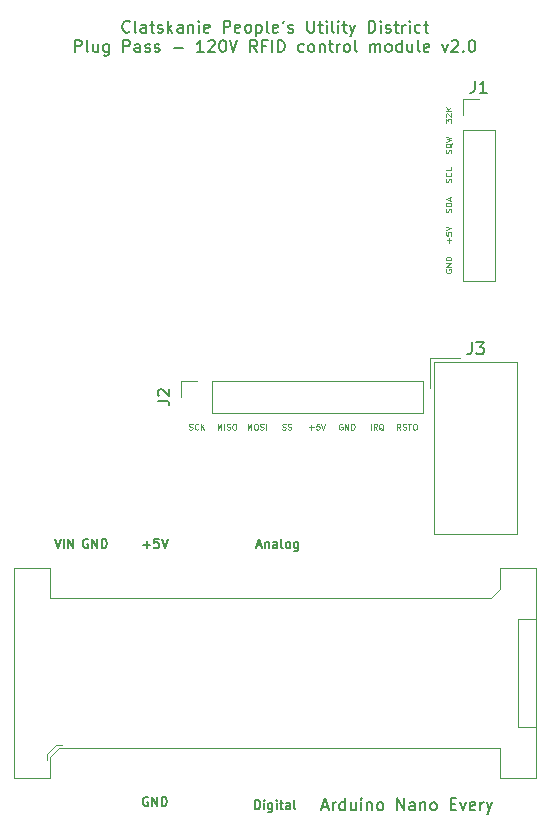
<source format=gto>
G04 #@! TF.GenerationSoftware,KiCad,Pcbnew,(5.1.5)-3*
G04 #@! TF.CreationDate,2020-06-18T13:30:01-07:00*
G04 #@! TF.ProjectId,Plug_Pass_arduino_shield,506c7567-5f50-4617-9373-5f6172647569,v2.0*
G04 #@! TF.SameCoordinates,Original*
G04 #@! TF.FileFunction,Legend,Top*
G04 #@! TF.FilePolarity,Positive*
%FSLAX46Y46*%
G04 Gerber Fmt 4.6, Leading zero omitted, Abs format (unit mm)*
G04 Created by KiCad (PCBNEW (5.1.5)-3) date 2020-06-18 13:30:01*
%MOMM*%
%LPD*%
G04 APERTURE LIST*
%ADD10C,0.150000*%
%ADD11C,0.120000*%
%ADD12C,0.127000*%
%ADD13C,0.125000*%
G04 APERTURE END LIST*
D10*
X91854285Y-62016142D02*
X91806666Y-62063761D01*
X91663809Y-62111380D01*
X91568571Y-62111380D01*
X91425714Y-62063761D01*
X91330476Y-61968523D01*
X91282857Y-61873285D01*
X91235238Y-61682809D01*
X91235238Y-61539952D01*
X91282857Y-61349476D01*
X91330476Y-61254238D01*
X91425714Y-61159000D01*
X91568571Y-61111380D01*
X91663809Y-61111380D01*
X91806666Y-61159000D01*
X91854285Y-61206619D01*
X92425714Y-62111380D02*
X92330476Y-62063761D01*
X92282857Y-61968523D01*
X92282857Y-61111380D01*
X93235238Y-62111380D02*
X93235238Y-61587571D01*
X93187619Y-61492333D01*
X93092380Y-61444714D01*
X92901904Y-61444714D01*
X92806666Y-61492333D01*
X93235238Y-62063761D02*
X93139999Y-62111380D01*
X92901904Y-62111380D01*
X92806666Y-62063761D01*
X92759047Y-61968523D01*
X92759047Y-61873285D01*
X92806666Y-61778047D01*
X92901904Y-61730428D01*
X93139999Y-61730428D01*
X93235238Y-61682809D01*
X93568571Y-61444714D02*
X93949523Y-61444714D01*
X93711428Y-61111380D02*
X93711428Y-61968523D01*
X93759047Y-62063761D01*
X93854285Y-62111380D01*
X93949523Y-62111380D01*
X94235238Y-62063761D02*
X94330476Y-62111380D01*
X94520952Y-62111380D01*
X94616190Y-62063761D01*
X94663809Y-61968523D01*
X94663809Y-61920904D01*
X94616190Y-61825666D01*
X94520952Y-61778047D01*
X94378095Y-61778047D01*
X94282857Y-61730428D01*
X94235238Y-61635190D01*
X94235238Y-61587571D01*
X94282857Y-61492333D01*
X94378095Y-61444714D01*
X94520952Y-61444714D01*
X94616190Y-61492333D01*
X95092380Y-62111380D02*
X95092380Y-61111380D01*
X95187619Y-61730428D02*
X95473333Y-62111380D01*
X95473333Y-61444714D02*
X95092380Y-61825666D01*
X96330476Y-62111380D02*
X96330476Y-61587571D01*
X96282857Y-61492333D01*
X96187619Y-61444714D01*
X95997142Y-61444714D01*
X95901904Y-61492333D01*
X96330476Y-62063761D02*
X96235238Y-62111380D01*
X95997142Y-62111380D01*
X95901904Y-62063761D01*
X95854285Y-61968523D01*
X95854285Y-61873285D01*
X95901904Y-61778047D01*
X95997142Y-61730428D01*
X96235238Y-61730428D01*
X96330476Y-61682809D01*
X96806666Y-61444714D02*
X96806666Y-62111380D01*
X96806666Y-61539952D02*
X96854285Y-61492333D01*
X96949523Y-61444714D01*
X97092380Y-61444714D01*
X97187619Y-61492333D01*
X97235238Y-61587571D01*
X97235238Y-62111380D01*
X97711428Y-62111380D02*
X97711428Y-61444714D01*
X97711428Y-61111380D02*
X97663809Y-61159000D01*
X97711428Y-61206619D01*
X97759047Y-61159000D01*
X97711428Y-61111380D01*
X97711428Y-61206619D01*
X98568571Y-62063761D02*
X98473333Y-62111380D01*
X98282857Y-62111380D01*
X98187619Y-62063761D01*
X98139999Y-61968523D01*
X98139999Y-61587571D01*
X98187619Y-61492333D01*
X98282857Y-61444714D01*
X98473333Y-61444714D01*
X98568571Y-61492333D01*
X98616190Y-61587571D01*
X98616190Y-61682809D01*
X98139999Y-61778047D01*
X99806666Y-62111380D02*
X99806666Y-61111380D01*
X100187619Y-61111380D01*
X100282857Y-61159000D01*
X100330476Y-61206619D01*
X100378095Y-61301857D01*
X100378095Y-61444714D01*
X100330476Y-61539952D01*
X100282857Y-61587571D01*
X100187619Y-61635190D01*
X99806666Y-61635190D01*
X101187619Y-62063761D02*
X101092380Y-62111380D01*
X100901904Y-62111380D01*
X100806666Y-62063761D01*
X100759047Y-61968523D01*
X100759047Y-61587571D01*
X100806666Y-61492333D01*
X100901904Y-61444714D01*
X101092380Y-61444714D01*
X101187619Y-61492333D01*
X101235238Y-61587571D01*
X101235238Y-61682809D01*
X100759047Y-61778047D01*
X101806666Y-62111380D02*
X101711428Y-62063761D01*
X101663809Y-62016142D01*
X101616190Y-61920904D01*
X101616190Y-61635190D01*
X101663809Y-61539952D01*
X101711428Y-61492333D01*
X101806666Y-61444714D01*
X101949523Y-61444714D01*
X102044761Y-61492333D01*
X102092380Y-61539952D01*
X102139999Y-61635190D01*
X102139999Y-61920904D01*
X102092380Y-62016142D01*
X102044761Y-62063761D01*
X101949523Y-62111380D01*
X101806666Y-62111380D01*
X102568571Y-61444714D02*
X102568571Y-62444714D01*
X102568571Y-61492333D02*
X102663809Y-61444714D01*
X102854285Y-61444714D01*
X102949523Y-61492333D01*
X102997142Y-61539952D01*
X103044761Y-61635190D01*
X103044761Y-61920904D01*
X102997142Y-62016142D01*
X102949523Y-62063761D01*
X102854285Y-62111380D01*
X102663809Y-62111380D01*
X102568571Y-62063761D01*
X103616190Y-62111380D02*
X103520952Y-62063761D01*
X103473333Y-61968523D01*
X103473333Y-61111380D01*
X104378095Y-62063761D02*
X104282857Y-62111380D01*
X104092380Y-62111380D01*
X103997142Y-62063761D01*
X103949523Y-61968523D01*
X103949523Y-61587571D01*
X103997142Y-61492333D01*
X104092380Y-61444714D01*
X104282857Y-61444714D01*
X104378095Y-61492333D01*
X104425714Y-61587571D01*
X104425714Y-61682809D01*
X103949523Y-61778047D01*
X104901904Y-61111380D02*
X104806666Y-61301857D01*
X105282857Y-62063761D02*
X105378095Y-62111380D01*
X105568571Y-62111380D01*
X105663809Y-62063761D01*
X105711428Y-61968523D01*
X105711428Y-61920904D01*
X105663809Y-61825666D01*
X105568571Y-61778047D01*
X105425714Y-61778047D01*
X105330476Y-61730428D01*
X105282857Y-61635190D01*
X105282857Y-61587571D01*
X105330476Y-61492333D01*
X105425714Y-61444714D01*
X105568571Y-61444714D01*
X105663809Y-61492333D01*
X106901904Y-61111380D02*
X106901904Y-61920904D01*
X106949523Y-62016142D01*
X106997142Y-62063761D01*
X107092380Y-62111380D01*
X107282857Y-62111380D01*
X107378095Y-62063761D01*
X107425714Y-62016142D01*
X107473333Y-61920904D01*
X107473333Y-61111380D01*
X107806666Y-61444714D02*
X108187619Y-61444714D01*
X107949523Y-61111380D02*
X107949523Y-61968523D01*
X107997142Y-62063761D01*
X108092380Y-62111380D01*
X108187619Y-62111380D01*
X108520952Y-62111380D02*
X108520952Y-61444714D01*
X108520952Y-61111380D02*
X108473333Y-61159000D01*
X108520952Y-61206619D01*
X108568571Y-61159000D01*
X108520952Y-61111380D01*
X108520952Y-61206619D01*
X109139999Y-62111380D02*
X109044761Y-62063761D01*
X108997142Y-61968523D01*
X108997142Y-61111380D01*
X109520952Y-62111380D02*
X109520952Y-61444714D01*
X109520952Y-61111380D02*
X109473333Y-61159000D01*
X109520952Y-61206619D01*
X109568571Y-61159000D01*
X109520952Y-61111380D01*
X109520952Y-61206619D01*
X109854285Y-61444714D02*
X110235238Y-61444714D01*
X109997142Y-61111380D02*
X109997142Y-61968523D01*
X110044761Y-62063761D01*
X110139999Y-62111380D01*
X110235238Y-62111380D01*
X110473333Y-61444714D02*
X110711428Y-62111380D01*
X110949523Y-61444714D02*
X110711428Y-62111380D01*
X110616190Y-62349476D01*
X110568571Y-62397095D01*
X110473333Y-62444714D01*
X112092380Y-62111380D02*
X112092380Y-61111380D01*
X112330476Y-61111380D01*
X112473333Y-61159000D01*
X112568571Y-61254238D01*
X112616190Y-61349476D01*
X112663809Y-61539952D01*
X112663809Y-61682809D01*
X112616190Y-61873285D01*
X112568571Y-61968523D01*
X112473333Y-62063761D01*
X112330476Y-62111380D01*
X112092380Y-62111380D01*
X113092380Y-62111380D02*
X113092380Y-61444714D01*
X113092380Y-61111380D02*
X113044761Y-61159000D01*
X113092380Y-61206619D01*
X113139999Y-61159000D01*
X113092380Y-61111380D01*
X113092380Y-61206619D01*
X113520952Y-62063761D02*
X113616190Y-62111380D01*
X113806666Y-62111380D01*
X113901904Y-62063761D01*
X113949523Y-61968523D01*
X113949523Y-61920904D01*
X113901904Y-61825666D01*
X113806666Y-61778047D01*
X113663809Y-61778047D01*
X113568571Y-61730428D01*
X113520952Y-61635190D01*
X113520952Y-61587571D01*
X113568571Y-61492333D01*
X113663809Y-61444714D01*
X113806666Y-61444714D01*
X113901904Y-61492333D01*
X114235238Y-61444714D02*
X114616190Y-61444714D01*
X114378095Y-61111380D02*
X114378095Y-61968523D01*
X114425714Y-62063761D01*
X114520952Y-62111380D01*
X114616190Y-62111380D01*
X114949523Y-62111380D02*
X114949523Y-61444714D01*
X114949523Y-61635190D02*
X114997142Y-61539952D01*
X115044761Y-61492333D01*
X115139999Y-61444714D01*
X115235238Y-61444714D01*
X115568571Y-62111380D02*
X115568571Y-61444714D01*
X115568571Y-61111380D02*
X115520952Y-61159000D01*
X115568571Y-61206619D01*
X115616190Y-61159000D01*
X115568571Y-61111380D01*
X115568571Y-61206619D01*
X116473333Y-62063761D02*
X116378095Y-62111380D01*
X116187619Y-62111380D01*
X116092380Y-62063761D01*
X116044761Y-62016142D01*
X115997142Y-61920904D01*
X115997142Y-61635190D01*
X116044761Y-61539952D01*
X116092380Y-61492333D01*
X116187619Y-61444714D01*
X116378095Y-61444714D01*
X116473333Y-61492333D01*
X116759047Y-61444714D02*
X117140000Y-61444714D01*
X116901904Y-61111380D02*
X116901904Y-61968523D01*
X116949523Y-62063761D01*
X117044761Y-62111380D01*
X117140000Y-62111380D01*
X87211428Y-63761380D02*
X87211428Y-62761380D01*
X87592380Y-62761380D01*
X87687619Y-62809000D01*
X87735238Y-62856619D01*
X87782857Y-62951857D01*
X87782857Y-63094714D01*
X87735238Y-63189952D01*
X87687619Y-63237571D01*
X87592380Y-63285190D01*
X87211428Y-63285190D01*
X88354285Y-63761380D02*
X88259047Y-63713761D01*
X88211428Y-63618523D01*
X88211428Y-62761380D01*
X89163809Y-63094714D02*
X89163809Y-63761380D01*
X88735238Y-63094714D02*
X88735238Y-63618523D01*
X88782857Y-63713761D01*
X88878095Y-63761380D01*
X89020952Y-63761380D01*
X89116190Y-63713761D01*
X89163809Y-63666142D01*
X90068571Y-63094714D02*
X90068571Y-63904238D01*
X90020952Y-63999476D01*
X89973333Y-64047095D01*
X89878095Y-64094714D01*
X89735238Y-64094714D01*
X89640000Y-64047095D01*
X90068571Y-63713761D02*
X89973333Y-63761380D01*
X89782857Y-63761380D01*
X89687619Y-63713761D01*
X89640000Y-63666142D01*
X89592380Y-63570904D01*
X89592380Y-63285190D01*
X89640000Y-63189952D01*
X89687619Y-63142333D01*
X89782857Y-63094714D01*
X89973333Y-63094714D01*
X90068571Y-63142333D01*
X91306666Y-63761380D02*
X91306666Y-62761380D01*
X91687619Y-62761380D01*
X91782857Y-62809000D01*
X91830476Y-62856619D01*
X91878095Y-62951857D01*
X91878095Y-63094714D01*
X91830476Y-63189952D01*
X91782857Y-63237571D01*
X91687619Y-63285190D01*
X91306666Y-63285190D01*
X92735238Y-63761380D02*
X92735238Y-63237571D01*
X92687619Y-63142333D01*
X92592380Y-63094714D01*
X92401904Y-63094714D01*
X92306666Y-63142333D01*
X92735238Y-63713761D02*
X92640000Y-63761380D01*
X92401904Y-63761380D01*
X92306666Y-63713761D01*
X92259047Y-63618523D01*
X92259047Y-63523285D01*
X92306666Y-63428047D01*
X92401904Y-63380428D01*
X92640000Y-63380428D01*
X92735238Y-63332809D01*
X93163809Y-63713761D02*
X93259047Y-63761380D01*
X93449523Y-63761380D01*
X93544761Y-63713761D01*
X93592380Y-63618523D01*
X93592380Y-63570904D01*
X93544761Y-63475666D01*
X93449523Y-63428047D01*
X93306666Y-63428047D01*
X93211428Y-63380428D01*
X93163809Y-63285190D01*
X93163809Y-63237571D01*
X93211428Y-63142333D01*
X93306666Y-63094714D01*
X93449523Y-63094714D01*
X93544761Y-63142333D01*
X93973333Y-63713761D02*
X94068571Y-63761380D01*
X94259047Y-63761380D01*
X94354285Y-63713761D01*
X94401904Y-63618523D01*
X94401904Y-63570904D01*
X94354285Y-63475666D01*
X94259047Y-63428047D01*
X94116190Y-63428047D01*
X94020952Y-63380428D01*
X93973333Y-63285190D01*
X93973333Y-63237571D01*
X94020952Y-63142333D01*
X94116190Y-63094714D01*
X94259047Y-63094714D01*
X94354285Y-63142333D01*
X95592380Y-63380428D02*
X96354285Y-63380428D01*
X98116190Y-63761380D02*
X97544761Y-63761380D01*
X97830476Y-63761380D02*
X97830476Y-62761380D01*
X97735238Y-62904238D01*
X97640000Y-62999476D01*
X97544761Y-63047095D01*
X98497142Y-62856619D02*
X98544761Y-62809000D01*
X98640000Y-62761380D01*
X98878095Y-62761380D01*
X98973333Y-62809000D01*
X99020952Y-62856619D01*
X99068571Y-62951857D01*
X99068571Y-63047095D01*
X99020952Y-63189952D01*
X98449523Y-63761380D01*
X99068571Y-63761380D01*
X99687619Y-62761380D02*
X99782857Y-62761380D01*
X99878095Y-62809000D01*
X99925714Y-62856619D01*
X99973333Y-62951857D01*
X100020952Y-63142333D01*
X100020952Y-63380428D01*
X99973333Y-63570904D01*
X99925714Y-63666142D01*
X99878095Y-63713761D01*
X99782857Y-63761380D01*
X99687619Y-63761380D01*
X99592380Y-63713761D01*
X99544761Y-63666142D01*
X99497142Y-63570904D01*
X99449523Y-63380428D01*
X99449523Y-63142333D01*
X99497142Y-62951857D01*
X99544761Y-62856619D01*
X99592380Y-62809000D01*
X99687619Y-62761380D01*
X100306666Y-62761380D02*
X100640000Y-63761380D01*
X100973333Y-62761380D01*
X102639999Y-63761380D02*
X102306666Y-63285190D01*
X102068571Y-63761380D02*
X102068571Y-62761380D01*
X102449523Y-62761380D01*
X102544761Y-62809000D01*
X102592380Y-62856619D01*
X102639999Y-62951857D01*
X102639999Y-63094714D01*
X102592380Y-63189952D01*
X102544761Y-63237571D01*
X102449523Y-63285190D01*
X102068571Y-63285190D01*
X103401904Y-63237571D02*
X103068571Y-63237571D01*
X103068571Y-63761380D02*
X103068571Y-62761380D01*
X103544761Y-62761380D01*
X103925714Y-63761380D02*
X103925714Y-62761380D01*
X104401904Y-63761380D02*
X104401904Y-62761380D01*
X104640000Y-62761380D01*
X104782857Y-62809000D01*
X104878095Y-62904238D01*
X104925714Y-62999476D01*
X104973333Y-63189952D01*
X104973333Y-63332809D01*
X104925714Y-63523285D01*
X104878095Y-63618523D01*
X104782857Y-63713761D01*
X104640000Y-63761380D01*
X104401904Y-63761380D01*
X106592380Y-63713761D02*
X106497142Y-63761380D01*
X106306666Y-63761380D01*
X106211428Y-63713761D01*
X106163809Y-63666142D01*
X106116190Y-63570904D01*
X106116190Y-63285190D01*
X106163809Y-63189952D01*
X106211428Y-63142333D01*
X106306666Y-63094714D01*
X106497142Y-63094714D01*
X106592380Y-63142333D01*
X107163809Y-63761380D02*
X107068571Y-63713761D01*
X107020952Y-63666142D01*
X106973333Y-63570904D01*
X106973333Y-63285190D01*
X107020952Y-63189952D01*
X107068571Y-63142333D01*
X107163809Y-63094714D01*
X107306666Y-63094714D01*
X107401904Y-63142333D01*
X107449523Y-63189952D01*
X107497142Y-63285190D01*
X107497142Y-63570904D01*
X107449523Y-63666142D01*
X107401904Y-63713761D01*
X107306666Y-63761380D01*
X107163809Y-63761380D01*
X107925714Y-63094714D02*
X107925714Y-63761380D01*
X107925714Y-63189952D02*
X107973333Y-63142333D01*
X108068571Y-63094714D01*
X108211428Y-63094714D01*
X108306666Y-63142333D01*
X108354285Y-63237571D01*
X108354285Y-63761380D01*
X108687619Y-63094714D02*
X109068571Y-63094714D01*
X108830476Y-62761380D02*
X108830476Y-63618523D01*
X108878095Y-63713761D01*
X108973333Y-63761380D01*
X109068571Y-63761380D01*
X109401904Y-63761380D02*
X109401904Y-63094714D01*
X109401904Y-63285190D02*
X109449523Y-63189952D01*
X109497142Y-63142333D01*
X109592380Y-63094714D01*
X109687619Y-63094714D01*
X110163809Y-63761380D02*
X110068571Y-63713761D01*
X110020952Y-63666142D01*
X109973333Y-63570904D01*
X109973333Y-63285190D01*
X110020952Y-63189952D01*
X110068571Y-63142333D01*
X110163809Y-63094714D01*
X110306666Y-63094714D01*
X110401904Y-63142333D01*
X110449523Y-63189952D01*
X110497142Y-63285190D01*
X110497142Y-63570904D01*
X110449523Y-63666142D01*
X110401904Y-63713761D01*
X110306666Y-63761380D01*
X110163809Y-63761380D01*
X111068571Y-63761380D02*
X110973333Y-63713761D01*
X110925714Y-63618523D01*
X110925714Y-62761380D01*
X112211428Y-63761380D02*
X112211428Y-63094714D01*
X112211428Y-63189952D02*
X112259047Y-63142333D01*
X112354285Y-63094714D01*
X112497142Y-63094714D01*
X112592380Y-63142333D01*
X112639999Y-63237571D01*
X112639999Y-63761380D01*
X112639999Y-63237571D02*
X112687619Y-63142333D01*
X112782857Y-63094714D01*
X112925714Y-63094714D01*
X113020952Y-63142333D01*
X113068571Y-63237571D01*
X113068571Y-63761380D01*
X113687619Y-63761380D02*
X113592380Y-63713761D01*
X113544761Y-63666142D01*
X113497142Y-63570904D01*
X113497142Y-63285190D01*
X113544761Y-63189952D01*
X113592380Y-63142333D01*
X113687619Y-63094714D01*
X113830476Y-63094714D01*
X113925714Y-63142333D01*
X113973333Y-63189952D01*
X114020952Y-63285190D01*
X114020952Y-63570904D01*
X113973333Y-63666142D01*
X113925714Y-63713761D01*
X113830476Y-63761380D01*
X113687619Y-63761380D01*
X114878095Y-63761380D02*
X114878095Y-62761380D01*
X114878095Y-63713761D02*
X114782857Y-63761380D01*
X114592380Y-63761380D01*
X114497142Y-63713761D01*
X114449523Y-63666142D01*
X114401904Y-63570904D01*
X114401904Y-63285190D01*
X114449523Y-63189952D01*
X114497142Y-63142333D01*
X114592380Y-63094714D01*
X114782857Y-63094714D01*
X114878095Y-63142333D01*
X115782857Y-63094714D02*
X115782857Y-63761380D01*
X115354285Y-63094714D02*
X115354285Y-63618523D01*
X115401904Y-63713761D01*
X115497142Y-63761380D01*
X115639999Y-63761380D01*
X115735238Y-63713761D01*
X115782857Y-63666142D01*
X116401904Y-63761380D02*
X116306666Y-63713761D01*
X116259047Y-63618523D01*
X116259047Y-62761380D01*
X117163809Y-63713761D02*
X117068571Y-63761380D01*
X116878095Y-63761380D01*
X116782857Y-63713761D01*
X116735238Y-63618523D01*
X116735238Y-63237571D01*
X116782857Y-63142333D01*
X116878095Y-63094714D01*
X117068571Y-63094714D01*
X117163809Y-63142333D01*
X117211428Y-63237571D01*
X117211428Y-63332809D01*
X116735238Y-63428047D01*
X118306666Y-63094714D02*
X118544761Y-63761380D01*
X118782857Y-63094714D01*
X119116190Y-62856619D02*
X119163809Y-62809000D01*
X119259047Y-62761380D01*
X119497142Y-62761380D01*
X119592380Y-62809000D01*
X119639999Y-62856619D01*
X119687619Y-62951857D01*
X119687619Y-63047095D01*
X119639999Y-63189952D01*
X119068571Y-63761380D01*
X119687619Y-63761380D01*
X120116190Y-63666142D02*
X120163809Y-63713761D01*
X120116190Y-63761380D01*
X120068571Y-63713761D01*
X120116190Y-63666142D01*
X120116190Y-63761380D01*
X120782857Y-62761380D02*
X120878095Y-62761380D01*
X120973333Y-62809000D01*
X121020952Y-62856619D01*
X121068571Y-62951857D01*
X121116190Y-63142333D01*
X121116190Y-63380428D01*
X121068571Y-63570904D01*
X121020952Y-63666142D01*
X120973333Y-63713761D01*
X120878095Y-63761380D01*
X120782857Y-63761380D01*
X120687619Y-63713761D01*
X120639999Y-63666142D01*
X120592380Y-63570904D01*
X120544761Y-63380428D01*
X120544761Y-63142333D01*
X120592380Y-62951857D01*
X120639999Y-62856619D01*
X120687619Y-62809000D01*
X120782857Y-62761380D01*
D11*
X123190000Y-107442000D02*
X123190000Y-109220000D01*
X123190000Y-109220000D02*
X122428000Y-109982000D01*
X122428000Y-109982000D02*
X85090000Y-109982000D01*
X85090000Y-109982000D02*
X85090000Y-107442000D01*
X85090000Y-107442000D02*
X82042000Y-107442000D01*
X82042000Y-107442000D02*
X82042000Y-125222000D01*
X82042000Y-125222000D02*
X85090000Y-125222000D01*
X85090000Y-125222000D02*
X85090000Y-123444000D01*
X85090000Y-123444000D02*
X85852000Y-122682000D01*
X85852000Y-122682000D02*
X123190000Y-122682000D01*
X123190000Y-122682000D02*
X123190000Y-125222000D01*
X123190000Y-125222000D02*
X126238000Y-125222000D01*
X126238000Y-125222000D02*
X126238000Y-107442000D01*
X126238000Y-107442000D02*
X123190000Y-107442000D01*
X126238000Y-111760000D02*
X124714000Y-111760000D01*
X124714000Y-111760000D02*
X124714000Y-120904000D01*
X124714000Y-120904000D02*
X126238000Y-120904000D01*
X86106000Y-122428000D02*
X85598000Y-122428000D01*
X85598000Y-122428000D02*
X84836000Y-123190000D01*
X84836000Y-123190000D02*
X84836000Y-123698000D01*
X117249000Y-89650000D02*
X119789000Y-89650000D01*
X117249000Y-89650000D02*
X117249000Y-92190000D01*
X117658000Y-89972000D02*
X124658000Y-89972000D01*
X117658000Y-104592000D02*
X117658000Y-89972000D01*
X124658000Y-104592000D02*
X117658000Y-104592000D01*
X124658000Y-89972000D02*
X124658000Y-104592000D01*
X98806000Y-94294000D02*
X98806000Y-91634000D01*
X98806000Y-94294000D02*
X116646000Y-94294000D01*
X116646000Y-94294000D02*
X116646000Y-91634000D01*
X98806000Y-91634000D02*
X116646000Y-91634000D01*
X96206000Y-91634000D02*
X97536000Y-91634000D01*
X96206000Y-92964000D02*
X96206000Y-91634000D01*
X120082000Y-67758000D02*
X121412000Y-67758000D01*
X120082000Y-69088000D02*
X120082000Y-67758000D01*
X120082000Y-70358000D02*
X122742000Y-70358000D01*
X122742000Y-70358000D02*
X122742000Y-83118000D01*
X120082000Y-70358000D02*
X120082000Y-83118000D01*
X120082000Y-83118000D02*
X122742000Y-83118000D01*
D12*
X102470857Y-127852714D02*
X102470857Y-127090714D01*
X102652285Y-127090714D01*
X102761142Y-127127000D01*
X102833714Y-127199571D01*
X102870000Y-127272142D01*
X102906285Y-127417285D01*
X102906285Y-127526142D01*
X102870000Y-127671285D01*
X102833714Y-127743857D01*
X102761142Y-127816428D01*
X102652285Y-127852714D01*
X102470857Y-127852714D01*
X103232857Y-127852714D02*
X103232857Y-127344714D01*
X103232857Y-127090714D02*
X103196571Y-127127000D01*
X103232857Y-127163285D01*
X103269142Y-127127000D01*
X103232857Y-127090714D01*
X103232857Y-127163285D01*
X103922285Y-127344714D02*
X103922285Y-127961571D01*
X103886000Y-128034142D01*
X103849714Y-128070428D01*
X103777142Y-128106714D01*
X103668285Y-128106714D01*
X103595714Y-128070428D01*
X103922285Y-127816428D02*
X103849714Y-127852714D01*
X103704571Y-127852714D01*
X103632000Y-127816428D01*
X103595714Y-127780142D01*
X103559428Y-127707571D01*
X103559428Y-127489857D01*
X103595714Y-127417285D01*
X103632000Y-127381000D01*
X103704571Y-127344714D01*
X103849714Y-127344714D01*
X103922285Y-127381000D01*
X104285142Y-127852714D02*
X104285142Y-127344714D01*
X104285142Y-127090714D02*
X104248857Y-127127000D01*
X104285142Y-127163285D01*
X104321428Y-127127000D01*
X104285142Y-127090714D01*
X104285142Y-127163285D01*
X104539142Y-127344714D02*
X104829428Y-127344714D01*
X104648000Y-127090714D02*
X104648000Y-127743857D01*
X104684285Y-127816428D01*
X104756857Y-127852714D01*
X104829428Y-127852714D01*
X105410000Y-127852714D02*
X105410000Y-127453571D01*
X105373714Y-127381000D01*
X105301142Y-127344714D01*
X105156000Y-127344714D01*
X105083428Y-127381000D01*
X105410000Y-127816428D02*
X105337428Y-127852714D01*
X105156000Y-127852714D01*
X105083428Y-127816428D01*
X105047142Y-127743857D01*
X105047142Y-127671285D01*
X105083428Y-127598714D01*
X105156000Y-127562428D01*
X105337428Y-127562428D01*
X105410000Y-127526142D01*
X105881714Y-127852714D02*
X105809142Y-127816428D01*
X105772857Y-127743857D01*
X105772857Y-127090714D01*
X102634142Y-105537000D02*
X102997000Y-105537000D01*
X102561571Y-105754714D02*
X102815571Y-104992714D01*
X103069571Y-105754714D01*
X103323571Y-105246714D02*
X103323571Y-105754714D01*
X103323571Y-105319285D02*
X103359857Y-105283000D01*
X103432428Y-105246714D01*
X103541285Y-105246714D01*
X103613857Y-105283000D01*
X103650142Y-105355571D01*
X103650142Y-105754714D01*
X104339571Y-105754714D02*
X104339571Y-105355571D01*
X104303285Y-105283000D01*
X104230714Y-105246714D01*
X104085571Y-105246714D01*
X104013000Y-105283000D01*
X104339571Y-105718428D02*
X104267000Y-105754714D01*
X104085571Y-105754714D01*
X104013000Y-105718428D01*
X103976714Y-105645857D01*
X103976714Y-105573285D01*
X104013000Y-105500714D01*
X104085571Y-105464428D01*
X104267000Y-105464428D01*
X104339571Y-105428142D01*
X104811285Y-105754714D02*
X104738714Y-105718428D01*
X104702428Y-105645857D01*
X104702428Y-104992714D01*
X105210428Y-105754714D02*
X105137857Y-105718428D01*
X105101571Y-105682142D01*
X105065285Y-105609571D01*
X105065285Y-105391857D01*
X105101571Y-105319285D01*
X105137857Y-105283000D01*
X105210428Y-105246714D01*
X105319285Y-105246714D01*
X105391857Y-105283000D01*
X105428142Y-105319285D01*
X105464428Y-105391857D01*
X105464428Y-105609571D01*
X105428142Y-105682142D01*
X105391857Y-105718428D01*
X105319285Y-105754714D01*
X105210428Y-105754714D01*
X106117571Y-105246714D02*
X106117571Y-105863571D01*
X106081285Y-105936142D01*
X106045000Y-105972428D01*
X105972428Y-106008714D01*
X105863571Y-106008714D01*
X105791000Y-105972428D01*
X106117571Y-105718428D02*
X106045000Y-105754714D01*
X105899857Y-105754714D01*
X105827285Y-105718428D01*
X105791000Y-105682142D01*
X105754714Y-105609571D01*
X105754714Y-105391857D01*
X105791000Y-105319285D01*
X105827285Y-105283000D01*
X105899857Y-105246714D01*
X106045000Y-105246714D01*
X106117571Y-105283000D01*
X85525428Y-104992714D02*
X85779428Y-105754714D01*
X86033428Y-104992714D01*
X86287428Y-105754714D02*
X86287428Y-104992714D01*
X86650285Y-105754714D02*
X86650285Y-104992714D01*
X87085714Y-105754714D01*
X87085714Y-104992714D01*
X88319428Y-105029000D02*
X88246857Y-104992714D01*
X88138000Y-104992714D01*
X88029142Y-105029000D01*
X87956571Y-105101571D01*
X87920285Y-105174142D01*
X87884000Y-105319285D01*
X87884000Y-105428142D01*
X87920285Y-105573285D01*
X87956571Y-105645857D01*
X88029142Y-105718428D01*
X88138000Y-105754714D01*
X88210571Y-105754714D01*
X88319428Y-105718428D01*
X88355714Y-105682142D01*
X88355714Y-105428142D01*
X88210571Y-105428142D01*
X88682285Y-105754714D02*
X88682285Y-104992714D01*
X89117714Y-105754714D01*
X89117714Y-104992714D01*
X89480571Y-105754714D02*
X89480571Y-104992714D01*
X89662000Y-104992714D01*
X89770857Y-105029000D01*
X89843428Y-105101571D01*
X89879714Y-105174142D01*
X89916000Y-105319285D01*
X89916000Y-105428142D01*
X89879714Y-105573285D01*
X89843428Y-105645857D01*
X89770857Y-105718428D01*
X89662000Y-105754714D01*
X89480571Y-105754714D01*
X93399428Y-126873000D02*
X93326857Y-126836714D01*
X93218000Y-126836714D01*
X93109142Y-126873000D01*
X93036571Y-126945571D01*
X93000285Y-127018142D01*
X92964000Y-127163285D01*
X92964000Y-127272142D01*
X93000285Y-127417285D01*
X93036571Y-127489857D01*
X93109142Y-127562428D01*
X93218000Y-127598714D01*
X93290571Y-127598714D01*
X93399428Y-127562428D01*
X93435714Y-127526142D01*
X93435714Y-127272142D01*
X93290571Y-127272142D01*
X93762285Y-127598714D02*
X93762285Y-126836714D01*
X94197714Y-127598714D01*
X94197714Y-126836714D01*
X94560571Y-127598714D02*
X94560571Y-126836714D01*
X94742000Y-126836714D01*
X94850857Y-126873000D01*
X94923428Y-126945571D01*
X94959714Y-127018142D01*
X94996000Y-127163285D01*
X94996000Y-127272142D01*
X94959714Y-127417285D01*
X94923428Y-127489857D01*
X94850857Y-127562428D01*
X94742000Y-127598714D01*
X94560571Y-127598714D01*
X93000285Y-105464428D02*
X93580857Y-105464428D01*
X93290571Y-105754714D02*
X93290571Y-105174142D01*
X94306571Y-104992714D02*
X93943714Y-104992714D01*
X93907428Y-105355571D01*
X93943714Y-105319285D01*
X94016285Y-105283000D01*
X94197714Y-105283000D01*
X94270285Y-105319285D01*
X94306571Y-105355571D01*
X94342857Y-105428142D01*
X94342857Y-105609571D01*
X94306571Y-105682142D01*
X94270285Y-105718428D01*
X94197714Y-105754714D01*
X94016285Y-105754714D01*
X93943714Y-105718428D01*
X93907428Y-105682142D01*
X94560571Y-104992714D02*
X94814571Y-105754714D01*
X95068571Y-104992714D01*
D10*
X108125523Y-127674666D02*
X108601714Y-127674666D01*
X108030285Y-127960380D02*
X108363619Y-126960380D01*
X108696952Y-127960380D01*
X109030285Y-127960380D02*
X109030285Y-127293714D01*
X109030285Y-127484190D02*
X109077904Y-127388952D01*
X109125523Y-127341333D01*
X109220761Y-127293714D01*
X109316000Y-127293714D01*
X110077904Y-127960380D02*
X110077904Y-126960380D01*
X110077904Y-127912761D02*
X109982666Y-127960380D01*
X109792190Y-127960380D01*
X109696952Y-127912761D01*
X109649333Y-127865142D01*
X109601714Y-127769904D01*
X109601714Y-127484190D01*
X109649333Y-127388952D01*
X109696952Y-127341333D01*
X109792190Y-127293714D01*
X109982666Y-127293714D01*
X110077904Y-127341333D01*
X110982666Y-127293714D02*
X110982666Y-127960380D01*
X110554095Y-127293714D02*
X110554095Y-127817523D01*
X110601714Y-127912761D01*
X110696952Y-127960380D01*
X110839809Y-127960380D01*
X110935047Y-127912761D01*
X110982666Y-127865142D01*
X111458857Y-127960380D02*
X111458857Y-127293714D01*
X111458857Y-126960380D02*
X111411238Y-127008000D01*
X111458857Y-127055619D01*
X111506476Y-127008000D01*
X111458857Y-126960380D01*
X111458857Y-127055619D01*
X111935047Y-127293714D02*
X111935047Y-127960380D01*
X111935047Y-127388952D02*
X111982666Y-127341333D01*
X112077904Y-127293714D01*
X112220761Y-127293714D01*
X112316000Y-127341333D01*
X112363619Y-127436571D01*
X112363619Y-127960380D01*
X112982666Y-127960380D02*
X112887428Y-127912761D01*
X112839809Y-127865142D01*
X112792190Y-127769904D01*
X112792190Y-127484190D01*
X112839809Y-127388952D01*
X112887428Y-127341333D01*
X112982666Y-127293714D01*
X113125523Y-127293714D01*
X113220761Y-127341333D01*
X113268380Y-127388952D01*
X113316000Y-127484190D01*
X113316000Y-127769904D01*
X113268380Y-127865142D01*
X113220761Y-127912761D01*
X113125523Y-127960380D01*
X112982666Y-127960380D01*
X114506476Y-127960380D02*
X114506476Y-126960380D01*
X115077904Y-127960380D01*
X115077904Y-126960380D01*
X115982666Y-127960380D02*
X115982666Y-127436571D01*
X115935047Y-127341333D01*
X115839809Y-127293714D01*
X115649333Y-127293714D01*
X115554095Y-127341333D01*
X115982666Y-127912761D02*
X115887428Y-127960380D01*
X115649333Y-127960380D01*
X115554095Y-127912761D01*
X115506476Y-127817523D01*
X115506476Y-127722285D01*
X115554095Y-127627047D01*
X115649333Y-127579428D01*
X115887428Y-127579428D01*
X115982666Y-127531809D01*
X116458857Y-127293714D02*
X116458857Y-127960380D01*
X116458857Y-127388952D02*
X116506476Y-127341333D01*
X116601714Y-127293714D01*
X116744571Y-127293714D01*
X116839809Y-127341333D01*
X116887428Y-127436571D01*
X116887428Y-127960380D01*
X117506476Y-127960380D02*
X117411238Y-127912761D01*
X117363619Y-127865142D01*
X117316000Y-127769904D01*
X117316000Y-127484190D01*
X117363619Y-127388952D01*
X117411238Y-127341333D01*
X117506476Y-127293714D01*
X117649333Y-127293714D01*
X117744571Y-127341333D01*
X117792190Y-127388952D01*
X117839809Y-127484190D01*
X117839809Y-127769904D01*
X117792190Y-127865142D01*
X117744571Y-127912761D01*
X117649333Y-127960380D01*
X117506476Y-127960380D01*
X119030285Y-127436571D02*
X119363619Y-127436571D01*
X119506476Y-127960380D02*
X119030285Y-127960380D01*
X119030285Y-126960380D01*
X119506476Y-126960380D01*
X119839809Y-127293714D02*
X120077904Y-127960380D01*
X120316000Y-127293714D01*
X121077904Y-127912761D02*
X120982666Y-127960380D01*
X120792190Y-127960380D01*
X120696952Y-127912761D01*
X120649333Y-127817523D01*
X120649333Y-127436571D01*
X120696952Y-127341333D01*
X120792190Y-127293714D01*
X120982666Y-127293714D01*
X121077904Y-127341333D01*
X121125523Y-127436571D01*
X121125523Y-127531809D01*
X120649333Y-127627047D01*
X121554095Y-127960380D02*
X121554095Y-127293714D01*
X121554095Y-127484190D02*
X121601714Y-127388952D01*
X121649333Y-127341333D01*
X121744571Y-127293714D01*
X121839809Y-127293714D01*
X122077904Y-127293714D02*
X122315999Y-127960380D01*
X122554095Y-127293714D02*
X122315999Y-127960380D01*
X122220761Y-128198476D01*
X122173142Y-128246095D01*
X122077904Y-128293714D01*
X120824666Y-88352380D02*
X120824666Y-89066666D01*
X120777047Y-89209523D01*
X120681809Y-89304761D01*
X120538952Y-89352380D01*
X120443714Y-89352380D01*
X121205619Y-88352380D02*
X121824666Y-88352380D01*
X121491333Y-88733333D01*
X121634190Y-88733333D01*
X121729428Y-88780952D01*
X121777047Y-88828571D01*
X121824666Y-88923809D01*
X121824666Y-89161904D01*
X121777047Y-89257142D01*
X121729428Y-89304761D01*
X121634190Y-89352380D01*
X121348476Y-89352380D01*
X121253238Y-89304761D01*
X121205619Y-89257142D01*
X94218380Y-93297333D02*
X94932666Y-93297333D01*
X95075523Y-93344952D01*
X95170761Y-93440190D01*
X95218380Y-93583047D01*
X95218380Y-93678285D01*
X94313619Y-92868761D02*
X94266000Y-92821142D01*
X94218380Y-92725904D01*
X94218380Y-92487809D01*
X94266000Y-92392571D01*
X94313619Y-92344952D01*
X94408857Y-92297333D01*
X94504095Y-92297333D01*
X94646952Y-92344952D01*
X95218380Y-92916380D01*
X95218380Y-92297333D01*
D13*
X114780285Y-95730190D02*
X114613619Y-95492095D01*
X114494571Y-95730190D02*
X114494571Y-95230190D01*
X114685047Y-95230190D01*
X114732666Y-95254000D01*
X114756476Y-95277809D01*
X114780285Y-95325428D01*
X114780285Y-95396857D01*
X114756476Y-95444476D01*
X114732666Y-95468285D01*
X114685047Y-95492095D01*
X114494571Y-95492095D01*
X114970761Y-95706380D02*
X115042190Y-95730190D01*
X115161238Y-95730190D01*
X115208857Y-95706380D01*
X115232666Y-95682571D01*
X115256476Y-95634952D01*
X115256476Y-95587333D01*
X115232666Y-95539714D01*
X115208857Y-95515904D01*
X115161238Y-95492095D01*
X115066000Y-95468285D01*
X115018380Y-95444476D01*
X114994571Y-95420666D01*
X114970761Y-95373047D01*
X114970761Y-95325428D01*
X114994571Y-95277809D01*
X115018380Y-95254000D01*
X115066000Y-95230190D01*
X115185047Y-95230190D01*
X115256476Y-95254000D01*
X115399333Y-95230190D02*
X115685047Y-95230190D01*
X115542190Y-95730190D02*
X115542190Y-95230190D01*
X115946952Y-95230190D02*
X116042190Y-95230190D01*
X116089809Y-95254000D01*
X116137428Y-95301619D01*
X116161238Y-95396857D01*
X116161238Y-95563523D01*
X116137428Y-95658761D01*
X116089809Y-95706380D01*
X116042190Y-95730190D01*
X115946952Y-95730190D01*
X115899333Y-95706380D01*
X115851714Y-95658761D01*
X115827904Y-95563523D01*
X115827904Y-95396857D01*
X115851714Y-95301619D01*
X115899333Y-95254000D01*
X115946952Y-95230190D01*
X112264095Y-95730190D02*
X112264095Y-95230190D01*
X112787904Y-95730190D02*
X112621238Y-95492095D01*
X112502190Y-95730190D02*
X112502190Y-95230190D01*
X112692666Y-95230190D01*
X112740285Y-95254000D01*
X112764095Y-95277809D01*
X112787904Y-95325428D01*
X112787904Y-95396857D01*
X112764095Y-95444476D01*
X112740285Y-95468285D01*
X112692666Y-95492095D01*
X112502190Y-95492095D01*
X113335523Y-95777809D02*
X113287904Y-95754000D01*
X113240285Y-95706380D01*
X113168857Y-95634952D01*
X113121238Y-95611142D01*
X113073619Y-95611142D01*
X113097428Y-95730190D02*
X113049809Y-95706380D01*
X113002190Y-95658761D01*
X112978380Y-95563523D01*
X112978380Y-95396857D01*
X113002190Y-95301619D01*
X113049809Y-95254000D01*
X113097428Y-95230190D01*
X113192666Y-95230190D01*
X113240285Y-95254000D01*
X113287904Y-95301619D01*
X113311714Y-95396857D01*
X113311714Y-95563523D01*
X113287904Y-95658761D01*
X113240285Y-95706380D01*
X113192666Y-95730190D01*
X113097428Y-95730190D01*
X109855047Y-95254000D02*
X109807428Y-95230190D01*
X109736000Y-95230190D01*
X109664571Y-95254000D01*
X109616952Y-95301619D01*
X109593142Y-95349238D01*
X109569333Y-95444476D01*
X109569333Y-95515904D01*
X109593142Y-95611142D01*
X109616952Y-95658761D01*
X109664571Y-95706380D01*
X109736000Y-95730190D01*
X109783619Y-95730190D01*
X109855047Y-95706380D01*
X109878857Y-95682571D01*
X109878857Y-95515904D01*
X109783619Y-95515904D01*
X110093142Y-95730190D02*
X110093142Y-95230190D01*
X110378857Y-95730190D01*
X110378857Y-95230190D01*
X110616952Y-95730190D02*
X110616952Y-95230190D01*
X110736000Y-95230190D01*
X110807428Y-95254000D01*
X110855047Y-95301619D01*
X110878857Y-95349238D01*
X110902666Y-95444476D01*
X110902666Y-95515904D01*
X110878857Y-95611142D01*
X110855047Y-95658761D01*
X110807428Y-95706380D01*
X110736000Y-95730190D01*
X110616952Y-95730190D01*
X107053142Y-95539714D02*
X107434095Y-95539714D01*
X107243619Y-95730190D02*
X107243619Y-95349238D01*
X107910285Y-95230190D02*
X107672190Y-95230190D01*
X107648380Y-95468285D01*
X107672190Y-95444476D01*
X107719809Y-95420666D01*
X107838857Y-95420666D01*
X107886476Y-95444476D01*
X107910285Y-95468285D01*
X107934095Y-95515904D01*
X107934095Y-95634952D01*
X107910285Y-95682571D01*
X107886476Y-95706380D01*
X107838857Y-95730190D01*
X107719809Y-95730190D01*
X107672190Y-95706380D01*
X107648380Y-95682571D01*
X108076952Y-95230190D02*
X108243619Y-95730190D01*
X108410285Y-95230190D01*
X104775047Y-95706380D02*
X104846476Y-95730190D01*
X104965523Y-95730190D01*
X105013142Y-95706380D01*
X105036952Y-95682571D01*
X105060761Y-95634952D01*
X105060761Y-95587333D01*
X105036952Y-95539714D01*
X105013142Y-95515904D01*
X104965523Y-95492095D01*
X104870285Y-95468285D01*
X104822666Y-95444476D01*
X104798857Y-95420666D01*
X104775047Y-95373047D01*
X104775047Y-95325428D01*
X104798857Y-95277809D01*
X104822666Y-95254000D01*
X104870285Y-95230190D01*
X104989333Y-95230190D01*
X105060761Y-95254000D01*
X105251238Y-95706380D02*
X105322666Y-95730190D01*
X105441714Y-95730190D01*
X105489333Y-95706380D01*
X105513142Y-95682571D01*
X105536952Y-95634952D01*
X105536952Y-95587333D01*
X105513142Y-95539714D01*
X105489333Y-95515904D01*
X105441714Y-95492095D01*
X105346476Y-95468285D01*
X105298857Y-95444476D01*
X105275047Y-95420666D01*
X105251238Y-95373047D01*
X105251238Y-95325428D01*
X105275047Y-95277809D01*
X105298857Y-95254000D01*
X105346476Y-95230190D01*
X105465523Y-95230190D01*
X105536952Y-95254000D01*
X101830285Y-95730190D02*
X101830285Y-95230190D01*
X101996952Y-95587333D01*
X102163619Y-95230190D01*
X102163619Y-95730190D01*
X102496952Y-95230190D02*
X102592190Y-95230190D01*
X102639809Y-95254000D01*
X102687428Y-95301619D01*
X102711238Y-95396857D01*
X102711238Y-95563523D01*
X102687428Y-95658761D01*
X102639809Y-95706380D01*
X102592190Y-95730190D01*
X102496952Y-95730190D01*
X102449333Y-95706380D01*
X102401714Y-95658761D01*
X102377904Y-95563523D01*
X102377904Y-95396857D01*
X102401714Y-95301619D01*
X102449333Y-95254000D01*
X102496952Y-95230190D01*
X102901714Y-95706380D02*
X102973142Y-95730190D01*
X103092190Y-95730190D01*
X103139809Y-95706380D01*
X103163619Y-95682571D01*
X103187428Y-95634952D01*
X103187428Y-95587333D01*
X103163619Y-95539714D01*
X103139809Y-95515904D01*
X103092190Y-95492095D01*
X102996952Y-95468285D01*
X102949333Y-95444476D01*
X102925523Y-95420666D01*
X102901714Y-95373047D01*
X102901714Y-95325428D01*
X102925523Y-95277809D01*
X102949333Y-95254000D01*
X102996952Y-95230190D01*
X103116000Y-95230190D01*
X103187428Y-95254000D01*
X103401714Y-95730190D02*
X103401714Y-95230190D01*
X99290285Y-95730190D02*
X99290285Y-95230190D01*
X99456952Y-95587333D01*
X99623619Y-95230190D01*
X99623619Y-95730190D01*
X99861714Y-95730190D02*
X99861714Y-95230190D01*
X100076000Y-95706380D02*
X100147428Y-95730190D01*
X100266476Y-95730190D01*
X100314095Y-95706380D01*
X100337904Y-95682571D01*
X100361714Y-95634952D01*
X100361714Y-95587333D01*
X100337904Y-95539714D01*
X100314095Y-95515904D01*
X100266476Y-95492095D01*
X100171238Y-95468285D01*
X100123619Y-95444476D01*
X100099809Y-95420666D01*
X100076000Y-95373047D01*
X100076000Y-95325428D01*
X100099809Y-95277809D01*
X100123619Y-95254000D01*
X100171238Y-95230190D01*
X100290285Y-95230190D01*
X100361714Y-95254000D01*
X100671238Y-95230190D02*
X100766476Y-95230190D01*
X100814095Y-95254000D01*
X100861714Y-95301619D01*
X100885523Y-95396857D01*
X100885523Y-95563523D01*
X100861714Y-95658761D01*
X100814095Y-95706380D01*
X100766476Y-95730190D01*
X100671238Y-95730190D01*
X100623619Y-95706380D01*
X100576000Y-95658761D01*
X100552190Y-95563523D01*
X100552190Y-95396857D01*
X100576000Y-95301619D01*
X100623619Y-95254000D01*
X100671238Y-95230190D01*
X96893142Y-95706380D02*
X96964571Y-95730190D01*
X97083619Y-95730190D01*
X97131238Y-95706380D01*
X97155047Y-95682571D01*
X97178857Y-95634952D01*
X97178857Y-95587333D01*
X97155047Y-95539714D01*
X97131238Y-95515904D01*
X97083619Y-95492095D01*
X96988380Y-95468285D01*
X96940761Y-95444476D01*
X96916952Y-95420666D01*
X96893142Y-95373047D01*
X96893142Y-95325428D01*
X96916952Y-95277809D01*
X96940761Y-95254000D01*
X96988380Y-95230190D01*
X97107428Y-95230190D01*
X97178857Y-95254000D01*
X97678857Y-95682571D02*
X97655047Y-95706380D01*
X97583619Y-95730190D01*
X97536000Y-95730190D01*
X97464571Y-95706380D01*
X97416952Y-95658761D01*
X97393142Y-95611142D01*
X97369333Y-95515904D01*
X97369333Y-95444476D01*
X97393142Y-95349238D01*
X97416952Y-95301619D01*
X97464571Y-95254000D01*
X97536000Y-95230190D01*
X97583619Y-95230190D01*
X97655047Y-95254000D01*
X97678857Y-95277809D01*
X97893142Y-95730190D02*
X97893142Y-95230190D01*
X98178857Y-95730190D02*
X97964571Y-95444476D01*
X98178857Y-95230190D02*
X97893142Y-95515904D01*
D10*
X121078666Y-66210380D02*
X121078666Y-66924666D01*
X121031047Y-67067523D01*
X120935809Y-67162761D01*
X120792952Y-67210380D01*
X120697714Y-67210380D01*
X122078666Y-67210380D02*
X121507238Y-67210380D01*
X121792952Y-67210380D02*
X121792952Y-66210380D01*
X121697714Y-66353238D01*
X121602476Y-66448476D01*
X121507238Y-66496095D01*
D13*
X118622000Y-82168952D02*
X118598190Y-82216571D01*
X118598190Y-82288000D01*
X118622000Y-82359428D01*
X118669619Y-82407047D01*
X118717238Y-82430857D01*
X118812476Y-82454666D01*
X118883904Y-82454666D01*
X118979142Y-82430857D01*
X119026761Y-82407047D01*
X119074380Y-82359428D01*
X119098190Y-82288000D01*
X119098190Y-82240380D01*
X119074380Y-82168952D01*
X119050571Y-82145142D01*
X118883904Y-82145142D01*
X118883904Y-82240380D01*
X119098190Y-81930857D02*
X118598190Y-81930857D01*
X119098190Y-81645142D01*
X118598190Y-81645142D01*
X119098190Y-81407047D02*
X118598190Y-81407047D01*
X118598190Y-81288000D01*
X118622000Y-81216571D01*
X118669619Y-81168952D01*
X118717238Y-81145142D01*
X118812476Y-81121333D01*
X118883904Y-81121333D01*
X118979142Y-81145142D01*
X119026761Y-81168952D01*
X119074380Y-81216571D01*
X119098190Y-81288000D01*
X119098190Y-81407047D01*
X118907714Y-79890857D02*
X118907714Y-79509904D01*
X119098190Y-79700380D02*
X118717238Y-79700380D01*
X118598190Y-79033714D02*
X118598190Y-79271809D01*
X118836285Y-79295619D01*
X118812476Y-79271809D01*
X118788666Y-79224190D01*
X118788666Y-79105142D01*
X118812476Y-79057523D01*
X118836285Y-79033714D01*
X118883904Y-79009904D01*
X119002952Y-79009904D01*
X119050571Y-79033714D01*
X119074380Y-79057523D01*
X119098190Y-79105142D01*
X119098190Y-79224190D01*
X119074380Y-79271809D01*
X119050571Y-79295619D01*
X118598190Y-78867047D02*
X119098190Y-78700380D01*
X118598190Y-78533714D01*
X119074380Y-77315142D02*
X119098190Y-77243714D01*
X119098190Y-77124666D01*
X119074380Y-77077047D01*
X119050571Y-77053238D01*
X119002952Y-77029428D01*
X118955333Y-77029428D01*
X118907714Y-77053238D01*
X118883904Y-77077047D01*
X118860095Y-77124666D01*
X118836285Y-77219904D01*
X118812476Y-77267523D01*
X118788666Y-77291333D01*
X118741047Y-77315142D01*
X118693428Y-77315142D01*
X118645809Y-77291333D01*
X118622000Y-77267523D01*
X118598190Y-77219904D01*
X118598190Y-77100857D01*
X118622000Y-77029428D01*
X119098190Y-76815142D02*
X118598190Y-76815142D01*
X118598190Y-76696095D01*
X118622000Y-76624666D01*
X118669619Y-76577047D01*
X118717238Y-76553238D01*
X118812476Y-76529428D01*
X118883904Y-76529428D01*
X118979142Y-76553238D01*
X119026761Y-76577047D01*
X119074380Y-76624666D01*
X119098190Y-76696095D01*
X119098190Y-76815142D01*
X118955333Y-76338952D02*
X118955333Y-76100857D01*
X119098190Y-76386571D02*
X118598190Y-76219904D01*
X119098190Y-76053238D01*
X119074380Y-74763238D02*
X119098190Y-74691809D01*
X119098190Y-74572761D01*
X119074380Y-74525142D01*
X119050571Y-74501333D01*
X119002952Y-74477523D01*
X118955333Y-74477523D01*
X118907714Y-74501333D01*
X118883904Y-74525142D01*
X118860095Y-74572761D01*
X118836285Y-74668000D01*
X118812476Y-74715619D01*
X118788666Y-74739428D01*
X118741047Y-74763238D01*
X118693428Y-74763238D01*
X118645809Y-74739428D01*
X118622000Y-74715619D01*
X118598190Y-74668000D01*
X118598190Y-74548952D01*
X118622000Y-74477523D01*
X119050571Y-73977523D02*
X119074380Y-74001333D01*
X119098190Y-74072761D01*
X119098190Y-74120380D01*
X119074380Y-74191809D01*
X119026761Y-74239428D01*
X118979142Y-74263238D01*
X118883904Y-74287047D01*
X118812476Y-74287047D01*
X118717238Y-74263238D01*
X118669619Y-74239428D01*
X118622000Y-74191809D01*
X118598190Y-74120380D01*
X118598190Y-74072761D01*
X118622000Y-74001333D01*
X118645809Y-73977523D01*
X119098190Y-73525142D02*
X119098190Y-73763238D01*
X118598190Y-73763238D01*
X119074380Y-72318476D02*
X119098190Y-72247047D01*
X119098190Y-72128000D01*
X119074380Y-72080380D01*
X119050571Y-72056571D01*
X119002952Y-72032761D01*
X118955333Y-72032761D01*
X118907714Y-72056571D01*
X118883904Y-72080380D01*
X118860095Y-72128000D01*
X118836285Y-72223238D01*
X118812476Y-72270857D01*
X118788666Y-72294666D01*
X118741047Y-72318476D01*
X118693428Y-72318476D01*
X118645809Y-72294666D01*
X118622000Y-72270857D01*
X118598190Y-72223238D01*
X118598190Y-72104190D01*
X118622000Y-72032761D01*
X119145809Y-71485142D02*
X119122000Y-71532761D01*
X119074380Y-71580380D01*
X119002952Y-71651809D01*
X118979142Y-71699428D01*
X118979142Y-71747047D01*
X119098190Y-71723238D02*
X119074380Y-71770857D01*
X119026761Y-71818476D01*
X118931523Y-71842285D01*
X118764857Y-71842285D01*
X118669619Y-71818476D01*
X118622000Y-71770857D01*
X118598190Y-71723238D01*
X118598190Y-71628000D01*
X118622000Y-71580380D01*
X118669619Y-71532761D01*
X118764857Y-71508952D01*
X118931523Y-71508952D01*
X119026761Y-71532761D01*
X119074380Y-71580380D01*
X119098190Y-71628000D01*
X119098190Y-71723238D01*
X118598190Y-71342285D02*
X119098190Y-71223238D01*
X118741047Y-71128000D01*
X119098190Y-71032761D01*
X118598190Y-70913714D01*
X118598190Y-69742761D02*
X118598190Y-69433238D01*
X118788666Y-69599904D01*
X118788666Y-69528476D01*
X118812476Y-69480857D01*
X118836285Y-69457047D01*
X118883904Y-69433238D01*
X119002952Y-69433238D01*
X119050571Y-69457047D01*
X119074380Y-69480857D01*
X119098190Y-69528476D01*
X119098190Y-69671333D01*
X119074380Y-69718952D01*
X119050571Y-69742761D01*
X118645809Y-69242761D02*
X118622000Y-69218952D01*
X118598190Y-69171333D01*
X118598190Y-69052285D01*
X118622000Y-69004666D01*
X118645809Y-68980857D01*
X118693428Y-68957047D01*
X118741047Y-68957047D01*
X118812476Y-68980857D01*
X119098190Y-69266571D01*
X119098190Y-68957047D01*
X119098190Y-68742761D02*
X118598190Y-68742761D01*
X119098190Y-68457047D02*
X118812476Y-68671333D01*
X118598190Y-68457047D02*
X118883904Y-68742761D01*
M02*

</source>
